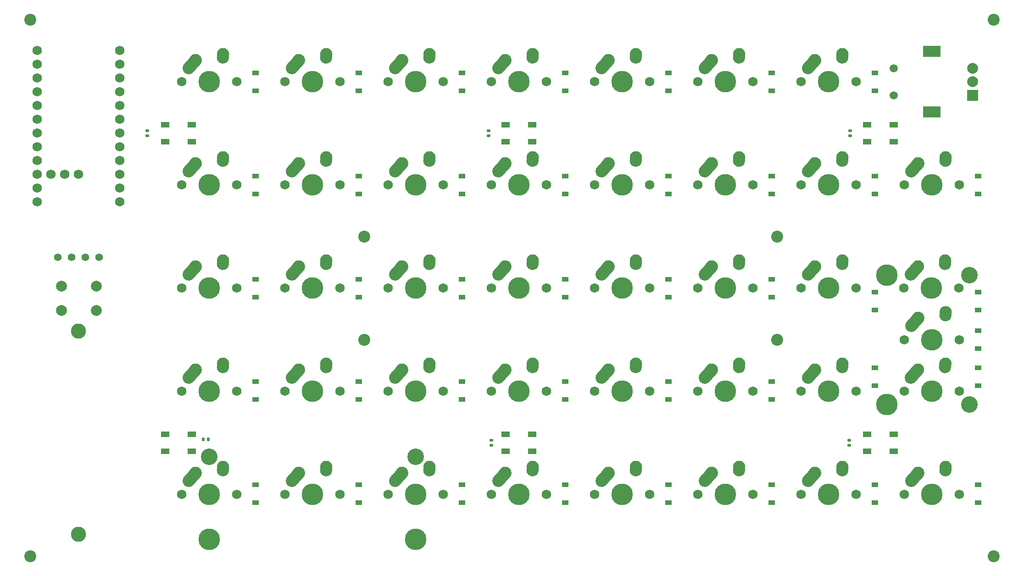
<source format=gbs>
G04 #@! TF.GenerationSoftware,KiCad,Pcbnew,(6.0.1)*
G04 #@! TF.CreationDate,2022-04-05T14:02:59+01:00*
G04 #@! TF.ProjectId,Keyboard Right Hand Side,4b657962-6f61-4726-9420-526967687420,rev?*
G04 #@! TF.SameCoordinates,Original*
G04 #@! TF.FileFunction,Soldermask,Bot*
G04 #@! TF.FilePolarity,Negative*
%FSLAX46Y46*%
G04 Gerber Fmt 4.6, Leading zero omitted, Abs format (unit mm)*
G04 Created by KiCad (PCBNEW (6.0.1)) date 2022-04-05 14:02:59*
%MOMM*%
%LPD*%
G01*
G04 APERTURE LIST*
G04 Aperture macros list*
%AMRoundRect*
0 Rectangle with rounded corners*
0 $1 Rounding radius*
0 $2 $3 $4 $5 $6 $7 $8 $9 X,Y pos of 4 corners*
0 Add a 4 corners polygon primitive as box body*
4,1,4,$2,$3,$4,$5,$6,$7,$8,$9,$2,$3,0*
0 Add four circle primitives for the rounded corners*
1,1,$1+$1,$2,$3*
1,1,$1+$1,$4,$5*
1,1,$1+$1,$6,$7*
1,1,$1+$1,$8,$9*
0 Add four rect primitives between the rounded corners*
20,1,$1+$1,$2,$3,$4,$5,0*
20,1,$1+$1,$4,$5,$6,$7,0*
20,1,$1+$1,$6,$7,$8,$9,0*
20,1,$1+$1,$8,$9,$2,$3,0*%
%AMHorizOval*
0 Thick line with rounded ends*
0 $1 width*
0 $2 $3 position (X,Y) of the first rounded end (center of the circle)*
0 $4 $5 position (X,Y) of the second rounded end (center of the circle)*
0 Add line between two ends*
20,1,$1,$2,$3,$4,$5,0*
0 Add two circle primitives to create the rounded ends*
1,1,$1,$2,$3*
1,1,$1,$4,$5*%
G04 Aperture macros list end*
%ADD10C,1.750000*%
%ADD11C,3.987800*%
%ADD12C,2.250000*%
%ADD13HorizOval,2.250000X0.655001X0.730000X-0.655001X-0.730000X0*%
%ADD14HorizOval,2.250000X0.020000X0.290000X-0.020000X-0.290000X0*%
%ADD15C,2.200000*%
%ADD16C,3.048000*%
%ADD17C,2.000000*%
%ADD18C,1.500000*%
%ADD19R,2.000000X2.000000*%
%ADD20R,3.200000X2.000000*%
%ADD21C,1.397000*%
%ADD22C,1.752600*%
%ADD23C,2.800000*%
%ADD24R,1.200000X0.900000*%
%ADD25RoundRect,0.140000X-0.140000X-0.170000X0.140000X-0.170000X0.140000X0.170000X-0.140000X0.170000X0*%
%ADD26R,1.500000X1.000000*%
%ADD27RoundRect,0.140000X0.170000X-0.140000X0.170000X0.140000X-0.170000X0.140000X-0.170000X-0.140000X0*%
G04 APERTURE END LIST*
D10*
X224127300Y-53983000D03*
D11*
X229207300Y-53983000D03*
D10*
X234287300Y-53983000D03*
D12*
X226707300Y-49983000D03*
D13*
X226052301Y-50713000D03*
D12*
X231747300Y-48903000D03*
D14*
X231727300Y-49193000D03*
D11*
X172057300Y-92083000D03*
D10*
X177137300Y-92083000D03*
X166977300Y-92083000D03*
D12*
X169557300Y-88083000D03*
D13*
X168902301Y-88813000D03*
D14*
X174577300Y-87293000D03*
D12*
X174597300Y-87003000D03*
D11*
X191107300Y-130183000D03*
D10*
X186027300Y-130183000D03*
X196187300Y-130183000D03*
D13*
X187952301Y-126913000D03*
D12*
X188607300Y-126183000D03*
D14*
X193627300Y-125393000D03*
D12*
X193647300Y-125103000D03*
D11*
X191107300Y-73033000D03*
D10*
X186027300Y-73033000D03*
X196187300Y-73033000D03*
D13*
X187952301Y-69763000D03*
D12*
X188607300Y-69033000D03*
D14*
X193627300Y-68243000D03*
D12*
X193647300Y-67953000D03*
D10*
X128877300Y-111133000D03*
D11*
X133957300Y-111133000D03*
D10*
X139037300Y-111133000D03*
D12*
X131457300Y-107133000D03*
D13*
X130802301Y-107863000D03*
D12*
X136497300Y-106053000D03*
D14*
X136477300Y-106343000D03*
D15*
X81915000Y-42545000D03*
D10*
X128877300Y-92083000D03*
X139037300Y-92083000D03*
D11*
X133957300Y-92083000D03*
D13*
X130802301Y-88813000D03*
D12*
X131457300Y-88083000D03*
D14*
X136477300Y-87293000D03*
D12*
X136497300Y-87003000D03*
D10*
X215237300Y-92083000D03*
X205077300Y-92083000D03*
D11*
X210157300Y-92083000D03*
D12*
X207657300Y-88083000D03*
D13*
X207002301Y-88813000D03*
D14*
X212677300Y-87293000D03*
D12*
X212697300Y-87003000D03*
D15*
X259715000Y-141605000D03*
D10*
X119987300Y-53983000D03*
D11*
X114907300Y-53983000D03*
D10*
X109827300Y-53983000D03*
D13*
X111752301Y-50713000D03*
D12*
X112407300Y-49983000D03*
D14*
X117427300Y-49193000D03*
D12*
X117447300Y-48903000D03*
D10*
X234287300Y-111133000D03*
X224127300Y-111133000D03*
D11*
X229207300Y-111133000D03*
D12*
X226707300Y-107133000D03*
D13*
X226052301Y-107863000D03*
D12*
X231747300Y-106053000D03*
D14*
X231727300Y-106343000D03*
D10*
X177137300Y-53983000D03*
X166977300Y-53983000D03*
D11*
X172057300Y-53983000D03*
D13*
X168902301Y-50713000D03*
D12*
X169557300Y-49983000D03*
D14*
X174577300Y-49193000D03*
D12*
X174597300Y-48903000D03*
D10*
X224127300Y-92083000D03*
X234287300Y-92083000D03*
D11*
X229207300Y-92083000D03*
D13*
X226052301Y-88813000D03*
D12*
X226707300Y-88083000D03*
D14*
X231727300Y-87293000D03*
D12*
X231747300Y-87003000D03*
D10*
X158087300Y-73033000D03*
D11*
X153007300Y-73033000D03*
D10*
X147927300Y-73033000D03*
D12*
X150507300Y-69033000D03*
D13*
X149852301Y-69763000D03*
D14*
X155527300Y-68243000D03*
D12*
X155547300Y-67953000D03*
D15*
X143510000Y-101600000D03*
D10*
X166977300Y-73033000D03*
D11*
X172057300Y-73033000D03*
D10*
X177137300Y-73033000D03*
D13*
X168902301Y-69763000D03*
D12*
X169557300Y-69033000D03*
X174597300Y-67953000D03*
D14*
X174577300Y-68243000D03*
D10*
X119987300Y-130183000D03*
D11*
X114907300Y-130183000D03*
D10*
X109827300Y-130183000D03*
D12*
X112407300Y-126183000D03*
D13*
X111752301Y-126913000D03*
D14*
X117427300Y-125393000D03*
D12*
X117447300Y-125103000D03*
D15*
X219710000Y-82550000D03*
D11*
X133957300Y-130183000D03*
D16*
X114907300Y-123198000D03*
D11*
X153007300Y-138438000D03*
D10*
X139037300Y-130183000D03*
X128877300Y-130183000D03*
D11*
X114907300Y-138438000D03*
D16*
X153007300Y-123198000D03*
D13*
X130802301Y-126913000D03*
D12*
X131457300Y-126183000D03*
D14*
X136477300Y-125393000D03*
D12*
X136497300Y-125103000D03*
D10*
X253337300Y-130183000D03*
D11*
X248257300Y-130183000D03*
D10*
X243177300Y-130183000D03*
D12*
X245757300Y-126183000D03*
D13*
X245102301Y-126913000D03*
D14*
X250777300Y-125393000D03*
D12*
X250797300Y-125103000D03*
D17*
X87630000Y-91730000D03*
X94130000Y-91730000D03*
X87630000Y-96230000D03*
X94130000Y-96230000D03*
D11*
X191107300Y-111133000D03*
D10*
X186027300Y-111133000D03*
X196187300Y-111133000D03*
D12*
X188607300Y-107133000D03*
D13*
X187952301Y-107863000D03*
D14*
X193627300Y-106343000D03*
D12*
X193647300Y-106053000D03*
D10*
X158087300Y-53983000D03*
X147927300Y-53983000D03*
D11*
X153007300Y-53983000D03*
D12*
X150507300Y-49983000D03*
D13*
X149852301Y-50713000D03*
D14*
X155527300Y-49193000D03*
D12*
X155547300Y-48903000D03*
D15*
X143510000Y-82550000D03*
D11*
X133957300Y-73033000D03*
D10*
X139037300Y-73033000D03*
X128877300Y-73033000D03*
D12*
X131457300Y-69033000D03*
D13*
X130802301Y-69763000D03*
D14*
X136477300Y-68243000D03*
D12*
X136497300Y-67953000D03*
D11*
X191107300Y-92083000D03*
D10*
X196187300Y-92083000D03*
X186027300Y-92083000D03*
D13*
X187952301Y-88813000D03*
D12*
X188607300Y-88083000D03*
D14*
X193627300Y-87293000D03*
D12*
X193647300Y-87003000D03*
D10*
X234287300Y-73033000D03*
X224127300Y-73033000D03*
D11*
X229207300Y-73033000D03*
D12*
X226707300Y-69033000D03*
D13*
X226052301Y-69763000D03*
D12*
X231747300Y-67953000D03*
D14*
X231727300Y-68243000D03*
D10*
X243177300Y-73033000D03*
X253337300Y-73033000D03*
D11*
X248257300Y-73033000D03*
D13*
X245102301Y-69763000D03*
D12*
X245757300Y-69033000D03*
D14*
X250777300Y-68243000D03*
D12*
X250797300Y-67953000D03*
D10*
X166977300Y-111133000D03*
X177137300Y-111133000D03*
D11*
X172057300Y-111133000D03*
D13*
X168902301Y-107863000D03*
D12*
X169557300Y-107133000D03*
D14*
X174577300Y-106343000D03*
D12*
X174597300Y-106053000D03*
D15*
X259715000Y-42545000D03*
D10*
X205077300Y-73033000D03*
D11*
X210157300Y-73033000D03*
D10*
X215237300Y-73033000D03*
D12*
X207657300Y-69033000D03*
D13*
X207002301Y-69763000D03*
D14*
X212677300Y-68243000D03*
D12*
X212697300Y-67953000D03*
D11*
X172057300Y-130183000D03*
D10*
X166977300Y-130183000D03*
X177137300Y-130183000D03*
D13*
X168902301Y-126913000D03*
D12*
X169557300Y-126183000D03*
X174597300Y-125103000D03*
D14*
X174577300Y-125393000D03*
D10*
X147927300Y-130183000D03*
D11*
X153007300Y-130183000D03*
D10*
X158087300Y-130183000D03*
D13*
X149852301Y-126913000D03*
D12*
X150507300Y-126183000D03*
D14*
X155527300Y-125393000D03*
D12*
X155547300Y-125103000D03*
D10*
X128877300Y-53983000D03*
X139037300Y-53983000D03*
D11*
X133957300Y-53983000D03*
D12*
X131457300Y-49983000D03*
D13*
X130802301Y-50713000D03*
D12*
X136497300Y-48903000D03*
D14*
X136477300Y-49193000D03*
D18*
X241275000Y-51470000D03*
X241275000Y-56470000D03*
D19*
X255775000Y-56470000D03*
D17*
X255775000Y-51470000D03*
X255775000Y-53970000D03*
D20*
X248275000Y-48370000D03*
X248275000Y-59570000D03*
D11*
X248272300Y-101603000D03*
D16*
X255257300Y-113541000D03*
D11*
X240017300Y-89665000D03*
X240017300Y-113541000D03*
D16*
X255257300Y-89665000D03*
D10*
X243192300Y-101603000D03*
X253352300Y-101603000D03*
D12*
X245772300Y-97603000D03*
D13*
X245117301Y-98333000D03*
D14*
X250792300Y-96813000D03*
D12*
X250812300Y-96523000D03*
D11*
X248242300Y-111133000D03*
D10*
X253322300Y-111133000D03*
X243162300Y-111133000D03*
D13*
X245087301Y-107863000D03*
D12*
X245742300Y-107133000D03*
D14*
X250762300Y-106343000D03*
D12*
X250782300Y-106053000D03*
D10*
X119987300Y-73033000D03*
D11*
X114907300Y-73033000D03*
D10*
X109827300Y-73033000D03*
D13*
X111752301Y-69763000D03*
D12*
X112407300Y-69033000D03*
X117447300Y-67953000D03*
D14*
X117427300Y-68243000D03*
D10*
X215237300Y-53983000D03*
X205077300Y-53983000D03*
D11*
X210157300Y-53983000D03*
D12*
X207657300Y-49983000D03*
D13*
X207002301Y-50713000D03*
D12*
X212697300Y-48903000D03*
D14*
X212677300Y-49193000D03*
D11*
X153007300Y-111133000D03*
D10*
X147927300Y-111133000D03*
X158087300Y-111133000D03*
D13*
X149852301Y-107863000D03*
D12*
X150507300Y-107133000D03*
X155547300Y-106053000D03*
D14*
X155527300Y-106343000D03*
D10*
X234287300Y-130183000D03*
X224127300Y-130183000D03*
D11*
X229207300Y-130183000D03*
D12*
X226707300Y-126183000D03*
D13*
X226052301Y-126913000D03*
D12*
X231747300Y-125103000D03*
D14*
X231727300Y-125393000D03*
D21*
X94605000Y-86360000D03*
X92065000Y-86360000D03*
X89525000Y-86360000D03*
X86985000Y-86360000D03*
D15*
X81915000Y-141605000D03*
D10*
X215237300Y-130183000D03*
D11*
X210157300Y-130183000D03*
D10*
X205077300Y-130183000D03*
D12*
X207657300Y-126183000D03*
D13*
X207002301Y-126913000D03*
D14*
X212677300Y-125393000D03*
D12*
X212697300Y-125103000D03*
D11*
X210157300Y-111133000D03*
D10*
X205077300Y-111133000D03*
X215237300Y-111133000D03*
D12*
X207657300Y-107133000D03*
D13*
X207002301Y-107863000D03*
D12*
X212697300Y-106053000D03*
D14*
X212677300Y-106343000D03*
D22*
X83157300Y-48234750D03*
X83157300Y-50774750D03*
X83157300Y-53314750D03*
X83157300Y-55854750D03*
X83157300Y-58394750D03*
X83157300Y-60934750D03*
X83157300Y-63474750D03*
X83157300Y-66014750D03*
X83157300Y-68554750D03*
X83157300Y-71094750D03*
X83157300Y-73634750D03*
X83157300Y-76174750D03*
X98397300Y-76174750D03*
X98397300Y-73634750D03*
X98397300Y-71094750D03*
X98397300Y-68554750D03*
X98397300Y-66014750D03*
X98397300Y-63474750D03*
X98397300Y-60934750D03*
X98397300Y-58394750D03*
X98397300Y-55854750D03*
X98397300Y-53314750D03*
X98397300Y-50774750D03*
X98397300Y-48234750D03*
X85697300Y-71094750D03*
X88237300Y-71094750D03*
X90777300Y-71094750D03*
D15*
X219710000Y-101600000D03*
D11*
X114907300Y-111133000D03*
D10*
X119987300Y-111133000D03*
X109827300Y-111133000D03*
D13*
X111752301Y-107863000D03*
D12*
X112407300Y-107133000D03*
D14*
X117427300Y-106343000D03*
D12*
X117447300Y-106053000D03*
D23*
X90805000Y-137495000D03*
X90805000Y-99995000D03*
D11*
X153007300Y-92083000D03*
D10*
X158087300Y-92083000D03*
X147927300Y-92083000D03*
D13*
X149852301Y-88813000D03*
D12*
X150507300Y-88083000D03*
X155547300Y-87003000D03*
D14*
X155527300Y-87293000D03*
D11*
X114907300Y-92083000D03*
D10*
X109827300Y-92083000D03*
X119987300Y-92083000D03*
D12*
X112407300Y-88083000D03*
D13*
X111752301Y-88813000D03*
D14*
X117427300Y-87293000D03*
D12*
X117447300Y-87003000D03*
D10*
X186027300Y-53983000D03*
X196187300Y-53983000D03*
D11*
X191107300Y-53983000D03*
D12*
X188607300Y-49983000D03*
D13*
X187952301Y-50713000D03*
D14*
X193627300Y-49193000D03*
D12*
X193647300Y-48903000D03*
D11*
X248212300Y-92083000D03*
D10*
X253292300Y-92083000D03*
X243132300Y-92083000D03*
D13*
X245057301Y-88813000D03*
D12*
X245712300Y-88083000D03*
D14*
X250732300Y-87293000D03*
D12*
X250752300Y-87003000D03*
D24*
X237732300Y-74724800D03*
X237732300Y-71424800D03*
X199632300Y-55674800D03*
X199632300Y-52374800D03*
X199632300Y-112648000D03*
X199632300Y-109348000D03*
D25*
X113820000Y-120015000D03*
X114780000Y-120015000D03*
D26*
X174535000Y-61900000D03*
X174535000Y-65100000D03*
X169635000Y-65100000D03*
X169635000Y-61900000D03*
D24*
X180582300Y-55674800D03*
X180582300Y-52374800D03*
X256782300Y-96138000D03*
X256782300Y-92838000D03*
X161532300Y-112648000D03*
X161532300Y-109348000D03*
D26*
X241210000Y-119050000D03*
X241210000Y-122250000D03*
X236310000Y-122250000D03*
X236310000Y-119050000D03*
D24*
X161532300Y-55674800D03*
X161532300Y-52374800D03*
X237732300Y-55674800D03*
X237732300Y-52374800D03*
D27*
X233200000Y-63980000D03*
X233200000Y-63020000D03*
D26*
X174535000Y-119050000D03*
X174535000Y-122250000D03*
X169635000Y-122250000D03*
X169635000Y-119050000D03*
D24*
X180582300Y-131698000D03*
X180582300Y-128398000D03*
X123432300Y-55674800D03*
X123432300Y-52374800D03*
X256782300Y-103250000D03*
X256782300Y-99950000D03*
X161532300Y-131698000D03*
X161532300Y-128398000D03*
X256782300Y-110108000D03*
X256782300Y-106808000D03*
X199632300Y-74724800D03*
X199632300Y-71424800D03*
X161532300Y-74724800D03*
X161532300Y-71424800D03*
X218682300Y-112648000D03*
X218682300Y-109348000D03*
X180582300Y-112648000D03*
X180582300Y-109348000D03*
X142482300Y-131698000D03*
X142482300Y-128398000D03*
X142482300Y-93774800D03*
X142482300Y-90474800D03*
D27*
X166497000Y-63980000D03*
X166497000Y-63020000D03*
D24*
X256782300Y-131698000D03*
X256782300Y-128398000D03*
X199632300Y-131698000D03*
X199632300Y-128398000D03*
X123432300Y-112648000D03*
X123432300Y-109348000D03*
X199632300Y-93774800D03*
X199632300Y-90474800D03*
X180582300Y-74724800D03*
X180582300Y-71424800D03*
X237732300Y-131698000D03*
X237732300Y-128398000D03*
X237732300Y-110108000D03*
X237732300Y-106808000D03*
X123432300Y-74724800D03*
X123432300Y-71424800D03*
X218682300Y-131698000D03*
X218682300Y-128398000D03*
D27*
X103505000Y-63980000D03*
X103505000Y-63020000D03*
D24*
X142482300Y-112648000D03*
X142482300Y-109348000D03*
X142482300Y-55674800D03*
X142482300Y-52374800D03*
X218682300Y-93774800D03*
X218682300Y-90474800D03*
X123432300Y-93774800D03*
X123432300Y-90474800D03*
X218682300Y-74724800D03*
X218682300Y-71424800D03*
D26*
X111670000Y-61900000D03*
X111670000Y-65100000D03*
X106770000Y-65100000D03*
X106770000Y-61900000D03*
X241210000Y-61900000D03*
X241210000Y-65100000D03*
X236310000Y-65100000D03*
X236310000Y-61900000D03*
D24*
X180582300Y-93774800D03*
X180582300Y-90474800D03*
X161532300Y-93774800D03*
X161532300Y-90474800D03*
X256782300Y-74724800D03*
X256782300Y-71424800D03*
X237732300Y-96138000D03*
X237732300Y-92838000D03*
D26*
X111670000Y-119050000D03*
X111670000Y-122250000D03*
X106770000Y-122250000D03*
X106770000Y-119050000D03*
D24*
X123432300Y-131698000D03*
X123432300Y-128398000D03*
D27*
X167005000Y-121130000D03*
X167005000Y-120170000D03*
D24*
X142482300Y-74724800D03*
X142482300Y-71424800D03*
X218682300Y-55674800D03*
X218682300Y-52374800D03*
D27*
X233045000Y-121130000D03*
X233045000Y-120170000D03*
M02*

</source>
